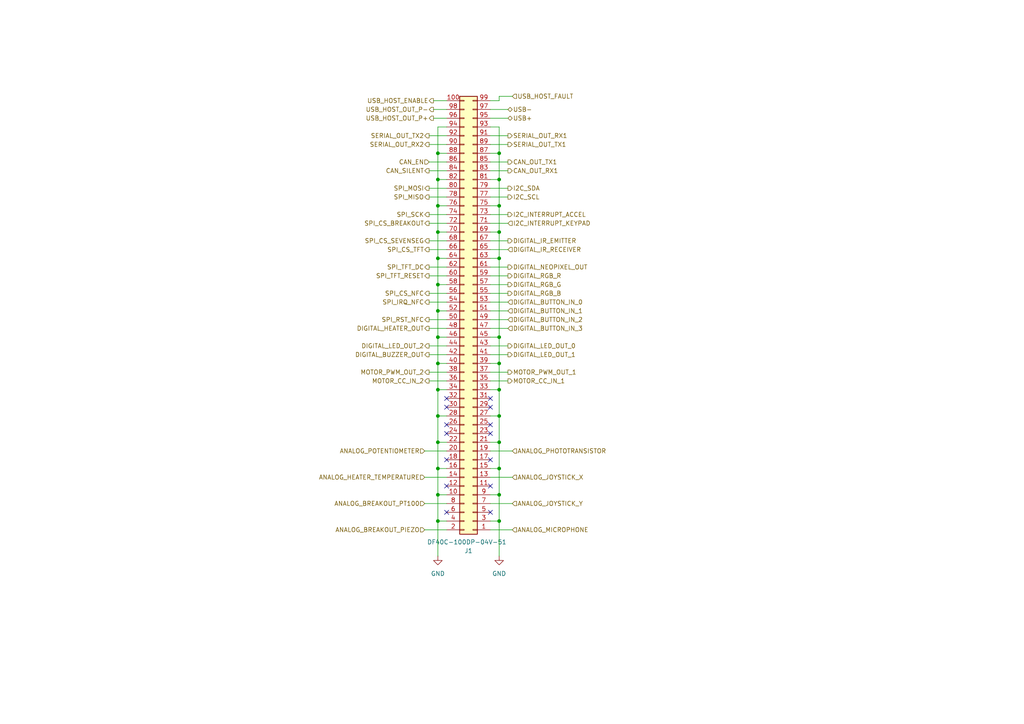
<source format=kicad_sch>
(kicad_sch (version 20231120) (generator "eeschema") (generator_version "8.0")
  (paper "A4")
  (lib_symbols
    (symbol "2x50_generic_connector:2x50_Odd-Even"
      (property "Reference" "J" (at -0.254 1.524 0))
      (symbol "2x50_Odd-Even_1_1"
        (rectangle (start -2.54 -128.143) (end -1.27 -128.397) (stroke (width 0.1524)))
        (rectangle (start -2.54 -125.603) (end -1.27 -125.857) (stroke (width 0.1524)))
        (rectangle (start -2.54 -123.063) (end -1.27 -123.317) (stroke (width 0.1524)))
        (rectangle (start -2.54 -120.523) (end -1.27 -120.777) (stroke (width 0.1524)))
        (rectangle (start -2.54 -117.983) (end -1.27 -118.237) (stroke (width 0.1524)))
        (rectangle (start -2.54 -115.443) (end -1.27 -115.697) (stroke (width 0.1524)))
        (rectangle (start -2.54 -112.903) (end -1.27 -113.157) (stroke (width 0.1524)))
        (rectangle (start -2.54 -110.363) (end -1.27 -110.617) (stroke (width 0.1524)))
        (rectangle (start -2.54 -107.823) (end -1.27 -108.077) (stroke (width 0.1524)))
        (rectangle (start -2.54 -105.283) (end -1.27 -105.537) (stroke (width 0.1524)))
        (rectangle (start -2.54 -102.743) (end -1.27 -102.997) (stroke (width 0.1524)))
        (rectangle (start -2.54 -100.203) (end -1.27 -100.457) (stroke (width 0.1524)))
        (rectangle (start -2.54 -97.663) (end -1.27 -97.917) (stroke (width 0.1524)))
        (rectangle (start -2.54 -95.123) (end -1.27 -95.377) (stroke (width 0.1524)))
        (rectangle (start -2.54 -92.583) (end -1.27 -92.837) (stroke (width 0.1524)))
        (rectangle (start -2.54 -90.043) (end -1.27 -90.297) (stroke (width 0.1524)))
        (rectangle (start -2.54 -87.503) (end -1.27 -87.757) (stroke (width 0.1524)))
        (rectangle (start -2.54 -84.963) (end -1.27 -85.217) (stroke (width 0.1524)))
        (rectangle (start -2.54 -82.423) (end -1.27 -82.677) (stroke (width 0.1524)))
        (rectangle (start -2.54 -79.883) (end -1.27 -80.137) (stroke (width 0.1524)))
        (rectangle (start -2.54 -77.343) (end -1.27 -77.597) (stroke (width 0.1524)))
        (rectangle (start -2.54 -74.803) (end -1.27 -75.057) (stroke (width 0.1524)))
        (rectangle (start -2.54 -72.263) (end -1.27 -72.517) (stroke (width 0.1524)))
        (rectangle (start -2.54 -69.723) (end -1.27 -69.977) (stroke (width 0.1524)))
        (rectangle (start -2.54 -67.183) (end -1.27 -67.437) (stroke (width 0.1524)))
        (rectangle (start -2.54 -64.643) (end -1.27 -64.897) (stroke (width 0.1524)))
        (rectangle (start -2.54 -62.103) (end -1.27 -62.357) (stroke (width 0.1524)))
        (rectangle (start -2.54 -59.563) (end -1.27 -59.817) (stroke (width 0.1524)))
        (rectangle (start -2.54 -57.023) (end -1.27 -57.277) (stroke (width 0.1524)))
        (rectangle (start -2.54 -54.483) (end -1.27 -54.737) (stroke (width 0.1524)))
        (rectangle (start -2.54 -51.943) (end -1.27 -52.197) (stroke (width 0.1524)))
        (rectangle (start -2.54 -49.403) (end -1.27 -49.657) (stroke (width 0.1524)))
        (rectangle (start -2.54 -46.863) (end -1.27 -47.117) (stroke (width 0.1524)))
        (rectangle (start -2.54 -44.323) (end -1.27 -44.577) (stroke (width 0.1524)))
        (rectangle (start -2.54 -41.783) (end -1.27 -42.037) (stroke (width 0.1524)))
        (rectangle (start -2.54 -39.243) (end -1.27 -39.497) (stroke (width 0.1524)))
        (rectangle (start -2.54 -36.703) (end -1.27 -36.957) (stroke (width 0.1524)))
        (rectangle (start -2.54 -34.163) (end -1.27 -34.417) (stroke (width 0.1524)))
        (rectangle (start -2.54 -31.623) (end -1.27 -31.877) (stroke (width 0.1524)))
        (rectangle (start -2.54 -29.083) (end -1.27 -29.337) (stroke (width 0.1524)))
        (rectangle (start -2.54 -26.543) (end -1.27 -26.797) (stroke (width 0.1524)))
        (rectangle (start -2.54 -24.003) (end -1.27 -24.257) (stroke (width 0.1524)))
        (rectangle (start -2.54 -21.463) (end -1.27 -21.717) (stroke (width 0.1524)))
        (rectangle (start -2.54 -18.923) (end -1.27 -19.177) (stroke (width 0.1524)))
        (rectangle (start -2.54 -16.383) (end -1.27 -16.637) (stroke (width 0.1524)))
        (rectangle (start -2.54 -13.843) (end -1.27 -14.097) (stroke (width 0.1524)))
        (rectangle (start -2.54 -11.303) (end -1.27 -11.557) (stroke (width 0.1524)))
        (rectangle (start -2.54 -8.763) (end -1.27 -9.017) (stroke (width 0.1524)))
        (rectangle (start -2.54 -6.223) (end -1.27 -6.477) (stroke (width 0.1524)))
        (rectangle (start -2.54 -3.683) (end -1.27 -3.937) (stroke (width 0.1524)))
        (rectangle (start -2.54 -2.54) (end 2.54 -129.54) (stroke (width 0.254)) (fill (type background)))
        (rectangle (start 2.54 -128.143) (end 1.27 -128.397) (stroke (width 0.1524)))
        (rectangle (start 2.54 -125.603) (end 1.27 -125.857) (stroke (width 0.1524)))
        (rectangle (start 2.54 -123.063) (end 1.27 -123.317) (stroke (width 0.1524)))
        (rectangle (start 2.54 -120.523) (end 1.27 -120.777) (stroke (width 0.1524)))
        (rectangle (start 2.54 -117.983) (end 1.27 -118.237) (stroke (width 0.1524)))
        (rectangle (start 2.54 -115.443) (end 1.27 -115.697) (stroke (width 0.1524)))
        (rectangle (start 2.54 -112.903) (end 1.27 -113.157) (stroke (width 0.1524)))
        (rectangle (start 2.54 -110.363) (end 1.27 -110.617) (stroke (width 0.1524)))
        (rectangle (start 2.54 -107.823) (end 1.27 -108.077) (stroke (width 0.1524)))
        (rectangle (start 2.54 -105.283) (end 1.27 -105.537) (stroke (width 0.1524)))
        (rectangle (start 2.54 -102.743) (end 1.27 -102.997) (stroke (width 0.1524)))
        (rectangle (start 2.54 -100.203) (end 1.27 -100.457) (stroke (width 0.1524)))
        (rectangle (start 2.54 -97.663) (end 1.27 -97.917) (stroke (width 0.1524)))
        (rectangle (start 2.54 -95.123) (end 1.27 -95.377) (stroke (width 0.1524)))
        (rectangle (start 2.54 -92.583) (end 1.27 -92.837) (stroke (width 0.1524)))
        (rectangle (start 2.54 -90.043) (end 1.27 -90.297) (stroke (width 0.1524)))
        (rectangle (start 2.54 -87.503) (end 1.27 -87.757) (stroke (width 0.1524)))
        (rectangle (start 2.54 -84.963) (end 1.27 -85.217) (stroke (width 0.1524)))
        (rectangle (start 2.54 -82.423) (end 1.27 -82.677) (stroke (width 0.1524)))
        (rectangle (start 2.54 -79.883) (end 1.27 -80.137) (stroke (width 0.1524)))
        (rectangle (start 2.54 -77.343) (end 1.27 -77.597) (stroke (width 0.1524)))
        (rectangle (start 2.54 -74.803) (end 1.27 -75.057) (stroke (width 0.1524)))
        (rectangle (start 2.54 -72.263) (end 1.27 -72.517) (stroke (width 0.1524)))
        (rectangle (start 2.54 -69.723) (end 1.27 -69.977) (stroke (width 0.1524)))
        (rectangle (start 2.54 -67.183) (end 1.27 -67.437) (stroke (width 0.1524)))
        (rectangle (start 2.54 -64.643) (end 1.27 -64.897) (stroke (width 0.1524)))
        (rectangle (start 2.54 -62.103) (end 1.27 -62.357) (stroke (width 0.1524)))
        (rectangle (start 2.54 -59.563) (end 1.27 -59.817) (stroke (width 0.1524)))
        (rectangle (start 2.54 -57.023) (end 1.27 -57.277) (stroke (width 0.1524)))
        (rectangle (start 2.54 -54.483) (end 1.27 -54.737) (stroke (width 0.1524)))
        (rectangle (start 2.54 -51.943) (end 1.27 -52.197) (stroke (width 0.1524)))
        (rectangle (start 2.54 -49.403) (end 1.27 -49.657) (stroke (width 0.1524)))
        (rectangle (start 2.54 -46.863) (end 1.27 -47.117) (stroke (width 0.1524)))
        (rectangle (start 2.54 -44.323) (end 1.27 -44.577) (stroke (width 0.1524)))
        (rectangle (start 2.54 -41.783) (end 1.27 -42.037) (stroke (width 0.1524)))
        (rectangle (start 2.54 -39.243) (end 1.27 -39.497) (stroke (width 0.1524)))
        (rectangle (start 2.54 -36.703) (end 1.27 -36.957) (stroke (width 0.1524)))
        (rectangle (start 2.54 -34.163) (end 1.27 -34.417) (stroke (width 0.1524)))
        (rectangle (start 2.54 -31.623) (end 1.27 -31.877) (stroke (width 0.1524)))
        (rectangle (start 2.54 -29.083) (end 1.27 -29.337) (stroke (width 0.1524)))
        (rectangle (start 2.54 -26.543) (end 1.27 -26.797) (stroke (width 0.1524)))
        (rectangle (start 2.54 -24.003) (end 1.27 -24.257) (stroke (width 0.1524)))
        (rectangle (start 2.54 -21.463) (end 1.27 -21.717) (stroke (width 0.1524)))
        (rectangle (start 2.54 -18.923) (end 1.27 -19.177) (stroke (width 0.1524)))
        (rectangle (start 2.54 -16.383) (end 1.27 -16.637) (stroke (width 0.1524)))
        (rectangle (start 2.54 -13.843) (end 1.27 -14.097) (stroke (width 0.1524)))
        (rectangle (start 2.54 -11.303) (end 1.27 -11.557) (stroke (width 0.1524)))
        (rectangle (start 2.54 -8.763) (end 1.27 -9.017) (stroke (width 0.1524)))
        (rectangle (start 2.54 -6.223) (end 1.27 -6.477) (stroke (width 0.1524)))
        (rectangle (start 2.54 -3.683) (end 1.27 -3.937) (stroke (width 0.1524)))
        (pin passive line (at 6.35 -3.81 180) (length 3.81) (name "") (number "1"))
        (pin passive line (at -6.35 -13.97 0) (length 3.81) (name "") (number "10"))
        (pin passive line (at -6.35 -128.27 0) (length 3.81) (name "") (number "100"))
        (pin passive line (at 6.35 -16.51 180) (length 3.81) (name "") (number "11"))
        (pin passive line (at -6.35 -16.51 0) (length 3.81) (name "") (number "12"))
        (pin passive line (at 6.35 -19.05 180) (length 3.81) (name "") (number "13"))
        (pin passive line (at -6.35 -19.05 0) (length 3.81) (name "") (number "14"))
        (pin passive line (at 6.35 -21.59 180) (length 3.81) (name "") (number "15"))
        (pin passive line (at -6.35 -21.59 0) (length 3.81) (name "") (number "16"))
        (pin passive line (at 6.35 -24.13 180) (length 3.81) (name "") (number "17"))
        (pin passive line (at -6.35 -24.13 0) (length 3.81) (name "") (number "18"))
        (pin passive line (at 6.35 -26.67 180) (length 3.81) (name "") (number "19"))
        (pin passive line (at -6.35 -3.81 0) (length 3.81) (name "") (number "2"))
        (pin passive line (at -6.35 -26.67 0) (length 3.81) (name "") (number "20"))
        (pin passive line (at 6.35 -29.21 180) (length 3.81) (name "") (number "21"))
        (pin passive line (at -6.35 -29.21 0) (length 3.81) (name "") (number "22"))
        (pin passive line (at 6.35 -31.75 180) (length 3.81) (name "") (number "23"))
        (pin passive line (at -6.35 -31.75 0) (length 3.81) (name "") (number "24"))
        (pin passive line (at 6.35 -34.29 180) (length 3.81) (name "") (number "25"))
        (pin passive line (at -6.35 -34.29 0) (length 3.81) (name "") (number "26"))
        (pin passive line (at 6.35 -36.83 180) (length 3.81) (name "") (number "27"))
        (pin passive line (at -6.35 -36.83 0) (length 3.81) (name "") (number "28"))
        (pin passive line (at 6.35 -39.37 180) (length 3.81) (name "") (number "29"))
        (pin passive line (at 6.35 -6.35 180) (length 3.81) (name "") (number "3"))
        (pin passive line (at -6.35 -39.37 0) (length 3.81) (name "") (number "30"))
        (pin passive line (at 6.35 -41.91 180) (length 3.81) (name "") (number "31"))
        (pin passive line (at -6.35 -41.91 0) (length 3.81) (name "") (number "32"))
        (pin passive line (at 6.35 -44.45 180) (length 3.81) (name "") (number "33"))
        (pin passive line (at -6.35 -44.45 0) (length 3.81) (name "") (number "34"))
        (pin passive line (at 6.35 -46.99 180) (length 3.81) (name "") (number "35"))
        (pin passive line (at -6.35 -46.99 0) (length 3.81) (name "") (number "36"))
        (pin passive line (at 6.35 -49.53 180) (length 3.81) (name "") (number "37"))
        (pin passive line (at -6.35 -49.53 0) (length 3.81) (name "") (number "38"))
        (pin passive line (at 6.35 -52.07 180) (length 3.81) (name "") (number "39"))
        (pin passive line (at -6.35 -6.35 0) (length 3.81) (name "") (number "4"))
        (pin passive line (at -6.35 -52.07 0) (length 3.81) (name "") (number "40"))
        (pin passive line (at 6.35 -54.61 180) (length 3.81) (name "") (number "41"))
        (pin passive line (at -6.35 -54.61 0) (length 3.81) (name "") (number "42"))
        (pin passive line (at 6.35 -57.15 180) (length 3.81) (name "") (number "43"))
        (pin passive line (at -6.35 -57.15 0) (length 3.81) (name "") (number "44"))
        (pin passive line (at 6.35 -59.69 180) (length 3.81) (name "") (number "45"))
        (pin passive line (at -6.35 -59.69 0) (length 3.81) (name "") (number "46"))
        (pin passive line (at 6.35 -62.23 180) (length 3.81) (name "") (number "47"))
        (pin passive line (at -6.35 -62.23 0) (length 3.81) (name "") (number "48"))
        (pin passive line (at 6.35 -64.77 180) (length 3.81) (name "") (number "49"))
        (pin passive line (at 6.35 -8.89 180) (length 3.81) (name "") (number "5"))
        (pin passive line (at -6.35 -64.77 0) (length 3.81) (name "") (number "50"))
        (pin passive line (at 6.35 -67.31 180) (length 3.81) (name "") (number "51"))
        (pin passive line (at -6.35 -67.31 0) (length 3.81) (name "") (number "52"))
        (pin passive line (at 6.35 -69.85 180) (length 3.81) (name "") (number "53"))
        (pin passive line (at -6.35 -69.85 0) (length 3.81) (name "") (number "54"))
        (pin passive line (at 6.35 -72.39 180) (length 3.81) (name "") (number "55"))
        (pin passive line (at -6.35 -72.39 0) (length 3.81) (name "") (number "56"))
        (pin passive line (at 6.35 -74.93 180) (length 3.81) (name "") (number "57"))
        (pin passive line (at -6.35 -74.93 0) (length 3.81) (name "") (number "58"))
        (pin passive line (at 6.35 -77.47 180) (length 3.81) (name "") (number "59"))
        (pin passive line (at -6.35 -8.89 0) (length 3.81) (name "") (number "6"))
        (pin passive line (at -6.35 -77.47 0) (length 3.81) (name "") (number "60"))
        (pin passive line (at 6.35 -80.01 180) (length 3.81) (name "") (number "61"))
        (pin passive line (at -6.35 -80.01 0) (length 3.81) (name "") (number "62"))
        (pin passive line (at 6.35 -82.55 180) (length 3.81) (name "") (number "63"))
        (pin passive line (at -6.35 -82.55 0) (length 3.81) (name "") (number "64"))
        (pin passive line (at 6.35 -85.09 180) (length 3.81) (name "") (number "65"))
        (pin passive line (at -6.35 -85.09 0) (length 3.81) (name "") (number "66"))
        (pin passive line (at 6.35 -87.63 180) (length 3.81) (name "") (number "67"))
        (pin passive line (at -6.35 -87.63 0) (length 3.81) (name "") (number "68"))
        (pin passive line (at 6.35 -90.17 180) (length 3.81) (name "") (number "69"))
        (pin passive line (at 6.35 -11.43 180) (length 3.81) (name "") (number "7"))
        (pin passive line (at -6.35 -90.17 0) (length 3.81) (name "") (number "70"))
        (pin passive line (at 6.35 -92.71 180) (length 3.81) (name "") (number "71"))
        (pin passive line (at -6.35 -92.71 0) (length 3.81) (name "") (number "72"))
        (pin passive line (at 6.35 -95.25 180) (length 3.81) (name "") (number "73"))
        (pin passive line (at -6.35 -95.25 0) (length 3.81) (name "") (number "74"))
        (pin passive line (at 6.35 -97.79 180) (length 3.81) (name "") (number "75"))
        (pin passive line (at -6.35 -97.79 0) (length 3.81) (name "") (number "76"))
        (pin passive line (at 6.35 -100.33 180) (length 3.81) (name "") (number "77"))
        (pin passive line (at -6.35 -100.33 0) (length 3.81) (name "") (number "78"))
        (pin passive line (at 6.35 -102.87 180) (length 3.81) (name "") (number "79"))
        (pin passive line (at -6.35 -11.43 0) (length 3.81) (name "") (number "8"))
        (pin passive line (at -6.35 -102.87 0) (length 3.81) (name "") (number "80"))
        (pin passive line (at 6.35 -105.41 180) (length 3.81) (name "") (number "81"))
        (pin passive line (at -6.35 -105.41 0) (length 3.81) (name "") (number "82"))
        (pin passive line (at 6.35 -107.95 180) (length 3.81) (name "") (number "83"))
        (pin passive line (at -6.35 -107.95 0) (length 3.81) (name "") (number "84"))
        (pin passive line (at 6.35 -110.49 180) (length 3.81) (name "") (number "85"))
        (pin passive line (at -6.35 -110.49 0) (length 3.81) (name "") (number "86"))
        (pin passive line (at 6.35 -113.03 180) (length 3.81) (name "") (number "87"))
        (pin passive line (at -6.35 -113.03 0) (length 3.81) (name "") (number "88"))
        (pin passive line (at 6.35 -115.57 180) (length 3.81) (name "") (number "89"))
        (pin passive line (at 6.35 -13.97 180) (length 3.81) (name "") (number "9"))
        (pin passive line (at -6.35 -115.57 0) (length 3.81) (name "") (number "90"))
        (pin passive line (at 6.35 -118.11 180) (length 3.81) (name "") (number "91"))
        (pin passive line (at -6.35 -118.11 0) (length 3.81) (name "") (number "92"))
        (pin passive line (at 6.35 -120.65 180) (length 3.81) (name "") (number "93"))
        (pin passive line (at -6.35 -120.65 0) (length 3.81) (name "") (number "94"))
        (pin passive line (at 6.35 -123.19 180) (length 3.81) (name "") (number "95"))
        (pin passive line (at -6.35 -123.19 0) (length 3.81) (name "") (number "96"))
        (pin passive line (at 6.35 -125.73 180) (length 3.81) (name "") (number "97"))
        (pin passive line (at -6.35 -125.73 0) (length 3.81) (name "") (number "98"))
        (pin passive line (at 6.35 -128.27 180) (length 3.81) (name "") (number "99"))
      )
    )
    (symbol "power:GND" (power) (pin_numbers hide) (pin_names (offset 0) hide)
      (property "Value" "GND" (at 0 -3.81 0))
      (symbol "GND_0_1"
        (polyline (pts (xy 0 0) (xy 0 -1.27) (xy 1.27 -1.27) (xy 0 -2.54) (xy -1.27 -1.27) (xy 0 -1.27)))
      )
      (symbol "GND_1_1"
        (pin power_in line (at 0 0 270) (length 0) (name "~") (number "1"))
      )
    )
  )
  (junction (at 127 97.79))
  (junction (at 127 44.45))
  (junction (at 127 90.17))
  (junction (at 127 143.51))
  (junction (at 127 82.55))
  (junction (at 144.78 128.27))
  (junction (at 127 151.13))
  (junction (at 127 74.93))
  (junction (at 127 128.27))
  (junction (at 127 59.69))
  (junction (at 144.78 74.93))
  (junction (at 144.78 120.65))
  (junction (at 144.78 59.69))
  (junction (at 127 120.65))
  (junction (at 144.78 151.13))
  (junction (at 127 67.31))
  (junction (at 144.78 97.79))
  (junction (at 144.78 113.03))
  (junction (at 144.78 52.07))
  (junction (at 127 113.03))
  (junction (at 144.78 44.45))
  (junction (at 144.78 135.89))
  (junction (at 144.78 67.31))
  (junction (at 127 105.41))
  (junction (at 127 52.07))
  (junction (at 144.78 143.51))
  (junction (at 144.78 105.41))
  (junction (at 127 135.89))
  (no_connect (at 129.54 123.19))
  (no_connect (at 129.54 133.35))
  (no_connect (at 142.24 118.11))
  (no_connect (at 142.24 123.19))
  (no_connect (at 142.24 148.59))
  (no_connect (at 129.54 115.57))
  (no_connect (at 142.24 133.35))
  (no_connect (at 129.54 118.11))
  (no_connect (at 142.24 140.97))
  (no_connect (at 129.54 140.97))
  (no_connect (at 129.54 148.59))
  (no_connect (at 129.54 125.73))
  (no_connect (at 142.24 115.57))
  (no_connect (at 142.24 125.73))
  (wire (pts (xy 129.54 29.21) (xy 125.73 29.21)))
  (wire (pts (xy 124.46 80.01) (xy 129.54 80.01)))
  (wire (pts (xy 144.78 59.69) (xy 144.78 67.31)))
  (wire (pts (xy 147.32 46.99) (xy 142.24 46.99)))
  (wire (pts (xy 142.24 85.09) (xy 147.32 85.09)))
  (wire (pts (xy 142.24 59.69) (xy 144.78 59.69)))
  (wire (pts (xy 127 44.45) (xy 129.54 44.45)))
  (wire (pts (xy 144.78 135.89) (xy 144.78 143.51)))
  (wire (pts (xy 142.24 90.17) (xy 147.32 90.17)))
  (wire (pts (xy 144.78 29.21) (xy 142.24 29.21)))
  (wire (pts (xy 124.46 107.95) (xy 129.54 107.95)))
  (wire (pts (xy 127 59.69) (xy 129.54 59.69)))
  (wire (pts (xy 129.54 62.23) (xy 124.46 62.23)))
  (wire (pts (xy 123.19 138.43) (xy 129.54 138.43)))
  (wire (pts (xy 124.46 39.37) (xy 129.54 39.37)))
  (wire (pts (xy 127 67.31) (xy 127 74.93)))
  (wire (pts (xy 142.24 151.13) (xy 144.78 151.13)))
  (wire (pts (xy 127 135.89) (xy 127 143.51)))
  (wire (pts (xy 147.32 64.77) (xy 142.24 64.77)))
  (wire (pts (xy 124.46 41.91) (xy 129.54 41.91)))
  (wire (pts (xy 142.24 77.47) (xy 147.32 77.47)))
  (wire (pts (xy 144.78 36.83) (xy 142.24 36.83)))
  (wire (pts (xy 142.24 105.41) (xy 144.78 105.41)))
  (wire (pts (xy 124.46 77.47) (xy 129.54 77.47)))
  (wire (pts (xy 144.78 97.79) (xy 144.78 105.41)))
  (wire (pts (xy 123.19 146.05) (xy 129.54 146.05)))
  (wire (pts (xy 124.46 110.49) (xy 129.54 110.49)))
  (wire (pts (xy 127 113.03) (xy 129.54 113.03)))
  (wire (pts (xy 147.32 49.53) (xy 142.24 49.53)))
  (wire (pts (xy 127 135.89) (xy 129.54 135.89)))
  (wire (pts (xy 127 113.03) (xy 127 120.65)))
  (wire (pts (xy 124.46 92.71) (xy 129.54 92.71)))
  (wire (pts (xy 142.24 72.39) (xy 147.32 72.39)))
  (wire (pts (xy 127 44.45) (xy 127 52.07)))
  (wire (pts (xy 124.46 69.85) (xy 129.54 69.85)))
  (wire (pts (xy 127 52.07) (xy 127 59.69)))
  (wire (pts (xy 127 82.55) (xy 129.54 82.55)))
  (wire (pts (xy 147.32 39.37) (xy 142.24 39.37)))
  (wire (pts (xy 127 36.83) (xy 127 44.45)))
  (wire (pts (xy 147.32 34.29) (xy 142.24 34.29)))
  (wire (pts (xy 129.54 95.25) (xy 124.46 95.25)))
  (wire (pts (xy 127 97.79) (xy 127 105.41)))
  (wire (pts (xy 142.24 102.87) (xy 147.32 102.87)))
  (wire (pts (xy 142.24 92.71) (xy 147.32 92.71)))
  (wire (pts (xy 142.24 100.33) (xy 147.32 100.33)))
  (wire (pts (xy 142.24 113.03) (xy 144.78 113.03)))
  (wire (pts (xy 127 143.51) (xy 127 151.13)))
  (wire (pts (xy 142.24 97.79) (xy 144.78 97.79)))
  (wire (pts (xy 144.78 128.27) (xy 144.78 135.89)))
  (wire (pts (xy 142.24 135.89) (xy 144.78 135.89)))
  (wire (pts (xy 144.78 67.31) (xy 144.78 74.93)))
  (wire (pts (xy 127 97.79) (xy 129.54 97.79)))
  (wire (pts (xy 147.32 54.61) (xy 142.24 54.61)))
  (wire (pts (xy 144.78 105.41) (xy 144.78 113.03)))
  (wire (pts (xy 127 151.13) (xy 127 161.29)))
  (wire (pts (xy 129.54 100.33) (xy 124.46 100.33)))
  (wire (pts (xy 144.78 52.07) (xy 144.78 59.69)))
  (wire (pts (xy 127 90.17) (xy 129.54 90.17)))
  (wire (pts (xy 144.78 113.03) (xy 144.78 120.65)))
  (wire (pts (xy 127 36.83) (xy 129.54 36.83)))
  (wire (pts (xy 148.59 138.43) (xy 142.24 138.43)))
  (wire (pts (xy 142.24 128.27) (xy 144.78 128.27)))
  (wire (pts (xy 127 59.69) (xy 127 67.31)))
  (wire (pts (xy 127 143.51) (xy 129.54 143.51)))
  (wire (pts (xy 144.78 74.93) (xy 144.78 97.79)))
  (wire (pts (xy 148.59 27.94) (xy 144.78 27.94)))
  (wire (pts (xy 144.78 143.51) (xy 144.78 151.13)))
  (wire (pts (xy 142.24 67.31) (xy 144.78 67.31)))
  (wire (pts (xy 127 151.13) (xy 129.54 151.13)))
  (wire (pts (xy 148.59 146.05) (xy 142.24 146.05)))
  (wire (pts (xy 127 128.27) (xy 127 135.89)))
  (wire (pts (xy 147.32 57.15) (xy 142.24 57.15)))
  (wire (pts (xy 142.24 107.95) (xy 147.32 107.95)))
  (wire (pts (xy 142.24 120.65) (xy 144.78 120.65)))
  (wire (pts (xy 127 90.17) (xy 127 97.79)))
  (wire (pts (xy 124.46 46.99) (xy 129.54 46.99)))
  (wire (pts (xy 125.73 34.29) (xy 129.54 34.29)))
  (wire (pts (xy 127 67.31) (xy 129.54 67.31)))
  (wire (pts (xy 148.59 130.81) (xy 142.24 130.81)))
  (wire (pts (xy 127 120.65) (xy 129.54 120.65)))
  (wire (pts (xy 124.46 64.77) (xy 129.54 64.77)))
  (wire (pts (xy 144.78 44.45) (xy 144.78 52.07)))
  (wire (pts (xy 148.59 153.67) (xy 142.24 153.67)))
  (wire (pts (xy 147.32 62.23) (xy 142.24 62.23)))
  (wire (pts (xy 127 120.65) (xy 127 128.27)))
  (wire (pts (xy 127 82.55) (xy 127 90.17)))
  (wire (pts (xy 127 74.93) (xy 129.54 74.93)))
  (wire (pts (xy 147.32 31.75) (xy 142.24 31.75)))
  (wire (pts (xy 147.32 41.91) (xy 142.24 41.91)))
  (wire (pts (xy 142.24 82.55) (xy 147.32 82.55)))
  (wire (pts (xy 125.73 31.75) (xy 129.54 31.75)))
  (wire (pts (xy 124.46 49.53) (xy 129.54 49.53)))
  (wire (pts (xy 142.24 143.51) (xy 144.78 143.51)))
  (wire (pts (xy 147.32 110.49) (xy 142.24 110.49)))
  (wire (pts (xy 144.78 151.13) (xy 144.78 161.29)))
  (wire (pts (xy 142.24 69.85) (xy 147.32 69.85)))
  (wire (pts (xy 127 74.93) (xy 127 82.55)))
  (wire (pts (xy 142.24 52.07) (xy 144.78 52.07)))
  (wire (pts (xy 142.24 44.45) (xy 144.78 44.45)))
  (wire (pts (xy 124.46 85.09) (xy 129.54 85.09)))
  (wire (pts (xy 129.54 54.61) (xy 124.46 54.61)))
  (wire (pts (xy 123.19 153.67) (xy 129.54 153.67)))
  (wire (pts (xy 124.46 72.39) (xy 129.54 72.39)))
  (wire (pts (xy 142.24 80.01) (xy 147.32 80.01)))
  (wire (pts (xy 129.54 102.87) (xy 124.46 102.87)))
  (wire (pts (xy 144.78 27.94) (xy 144.78 29.21)))
  (wire (pts (xy 127 128.27) (xy 129.54 128.27)))
  (wire (pts (xy 142.24 95.25) (xy 147.32 95.25)))
  (wire (pts (xy 142.24 74.93) (xy 144.78 74.93)))
  (wire (pts (xy 124.46 87.63) (xy 129.54 87.63)))
  (wire (pts (xy 127 105.41) (xy 127 113.03)))
  (wire (pts (xy 127 105.41) (xy 129.54 105.41)))
  (wire (pts (xy 127 52.07) (xy 129.54 52.07)))
  (wire (pts (xy 129.54 57.15) (xy 124.46 57.15)))
  (wire (pts (xy 144.78 36.83) (xy 144.78 44.45)))
  (wire (pts (xy 123.19 130.81) (xy 129.54 130.81)))
  (wire (pts (xy 142.24 87.63) (xy 147.32 87.63)))
  (wire (pts (xy 144.78 120.65) (xy 144.78 128.27)))
  (hierarchical_label "SPI_TFT_DC" (shape output) (at 124.46 77.47 180))
  (hierarchical_label "USB_HOST_OUT_P+" (shape output) (at 125.73 34.29 180))
  (hierarchical_label "DIGITAL_RGB_R" (shape output) (at 147.32 80.01 0))
  (hierarchical_label "DIGITAL_LED_OUT_1" (shape output) (at 147.32 102.87 0))
  (hierarchical_label "USB_HOST_OUT_P-" (shape output) (at 125.73 31.75 180))
  (hierarchical_label "ANALOG_JOYSTICK_Y" (shape input) (at 148.59 146.05 0))
  (hierarchical_label "DIGITAL_RGB_G" (shape output) (at 147.32 82.55 0))
  (hierarchical_label "MOTOR_CC_IN_1" (shape output) (at 147.32 110.49 0))
  (hierarchical_label "ANALOG_JOYSTICK_X" (shape input) (at 148.59 138.43 0))
  (hierarchical_label "DIGITAL_IR_EMITTER" (shape output) (at 147.32 69.85 0))
  (hierarchical_label "DIGITAL_BUTTON_IN_1" (shape input) (at 147.32 90.17 0))
  (hierarchical_label "SPI_MISO" (shape output) (at 124.46 57.15 180))
  (hierarchical_label "ANALOG_BREAKOUT_PIEZO" (shape input) (at 123.19 153.67 180))
  (hierarchical_label "CAN_EN" (shape input) (at 124.46 46.99 180))
  (hierarchical_label "SERIAL_OUT_TX2" (shape output) (at 124.46 39.37 180))
  (hierarchical_label "DIGITAL_IR_RECEIVER" (shape input) (at 147.32 72.39 0))
  (hierarchical_label "ANALOG_POTENTIOMETER" (shape input) (at 123.19 130.81 180))
  (hierarchical_label "SPI_CS_TFT" (shape output) (at 124.46 72.39 180))
  (hierarchical_label "SPI_IRQ_NFC" (shape output) (at 124.46 87.63 180))
  (hierarchical_label "DIGITAL_LED_OUT_2" (shape output) (at 124.46 100.33 180))
  (hierarchical_label "SERIAL_OUT_RX2" (shape output) (at 124.46 41.91 180))
  (hierarchical_label "SPI_CS_SEVENSEG" (shape output) (at 124.46 69.85 180))
  (hierarchical_label "USB+" (shape bidirectional) (at 147.32 34.29 0))
  (hierarchical_label "I2C_SDA" (shape output) (at 147.32 54.61 0))
  (hierarchical_label "SPI_TFT_RESET" (shape output) (at 124.46 80.01 180))
  (hierarchical_label "CAN_SILENT" (shape output) (at 124.46 49.53 180))
  (hierarchical_label "DIGITAL_BUTTON_IN_0" (shape input) (at 147.32 87.63 0))
  (hierarchical_label "ANALOG_PHOTOTRANSISTOR" (shape input) (at 148.59 130.81 0))
  (hierarchical_label "DIGITAL_BUZZER_OUT" (shape output) (at 124.46 102.87 180))
  (hierarchical_label "DIGITAL_BUTTON_IN_2" (shape input) (at 147.32 92.71 0))
  (hierarchical_label "USB_HOST_FAULT" (shape input) (at 148.59 27.94 0))
  (hierarchical_label "SERIAL_OUT_RX1" (shape output) (at 147.32 39.37 0))
  (hierarchical_label "ANALOG_BREAKOUT_PT100" (shape input) (at 123.19 146.05 180))
  (hierarchical_label "MOTOR_PWM_OUT_1" (shape output) (at 147.32 107.95 0))
  (hierarchical_label "DIGITAL_NEOPIXEL_OUT" (shape output) (at 147.32 77.47 0))
  (hierarchical_label "SPI_CS_BREAKOUT" (shape output) (at 124.46 64.77 180))
  (hierarchical_label "MOTOR_CC_IN_2" (shape output) (at 124.46 110.49 180))
  (hierarchical_label "DIGITAL_BUTTON_IN_3" (shape input) (at 147.32 95.25 0))
  (hierarchical_label "DIGITAL_HEATER_OUT" (shape output) (at 124.46 95.25 180))
  (hierarchical_label "I2C_INTERRUPT_KEYPAD" (shape input) (at 147.32 64.77 0))
  (hierarchical_label "DIGITAL_LED_OUT_0" (shape output) (at 147.32 100.33 0))
  (hierarchical_label "MOTOR_PWM_OUT_2" (shape output) (at 124.46 107.95 180))
  (hierarchical_label "SERIAL_OUT_TX1" (shape output) (at 147.32 41.91 0))
  (hierarchical_label "CAN_OUT_TX1" (shape output) (at 147.32 46.99 0))
  (hierarchical_label "I2C_SCL" (shape output) (at 147.32 57.15 0))
  (hierarchical_label "ANALOG_MICROPHONE" (shape input) (at 148.59 153.67 0))
  (hierarchical_label "SPI_CS_NFC" (shape output) (at 124.46 85.09 180))
  (hierarchical_label "I2C_INTERRUPT_ACCEL" (shape output) (at 147.32 62.23 0))
  (hierarchical_label "SPI_RST_NFC" (shape output) (at 124.46 92.71 180))
  (hierarchical_label "USB_HOST_ENABLE" (shape output) (at 125.73 29.21 180))
  (hierarchical_label "USB-" (shape bidirectional) (at 147.32 31.75 0))
  (hierarchical_label "ANALOG_HEATER_TEMPERATURE" (shape input) (at 123.19 138.43 180))
  (hierarchical_label "CAN_OUT_RX1" (shape output) (at 147.32 49.53 0))
  (hierarchical_label "DIGITAL_RGB_B" (shape output) (at 147.32 85.09 0))
  (hierarchical_label "SPI_MOSI" (shape output) (at 124.46 54.61 180))
  (hierarchical_label "SPI_SCK" (shape output) (at 124.46 62.23 180))
  (symbol (lib_id "power:GND") (at 144.78 161.29 0) (unit 1)
    (property "Reference" "#PWR010" (effects (hide yes)))
    (property "Value" "GND" (at 144.78 166.37 0))
    (property "Description" "Power symbol creates a global label with name \"GND\" , ground" (effects (hide yes)))
  )
  (symbol (lib_id "power:GND") (at 127 161.29 0) (unit 1)
    (property "Reference" "#PWR09" (effects (hide yes)))
    (property "Value" "GND" (at 127 166.37 0))
    (property "Description" "Power symbol creates a global label with name \"GND\" , ground" (effects (hide yes)))
  )
  (symbol (lib_id "2x50_generic_connector:2x50_Odd-Even") (at 135.89 157.48 0) (mirror x) (unit 1)
    (property "Reference" "J1" (at 135.89 159.766 0))
    (property "Value" "DF40C-100DP-04V-51 " (at 135.89 157.226 0))
    (property "Footprint" "DF40C-100DP-0:DF40C100DP04V51" (effects (hide yes)))
    (property "TME" "DF40C-100DP-04V-51 " (effects (hide yes)))
  )
)
</source>
